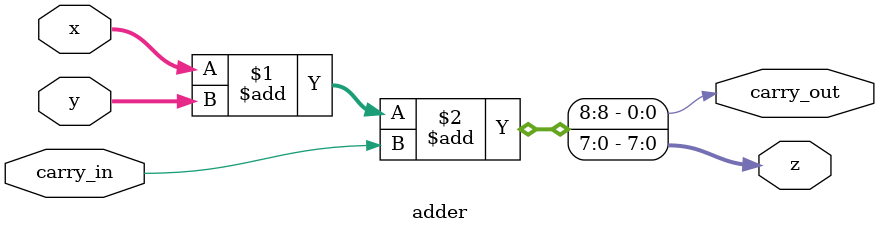
<source format=v>
module adder #(
    parameter WIDTH = 8
) (
    input [WIDTH - 1 : 0] x,
    input [WIDTH - 1 : 0] y,
    input carry_in,
    output [WIDTH - 1 : 0] z,
    output carry_out
);
  assign {carry_out, z} = x + y + carry_in;
endmodule

</source>
